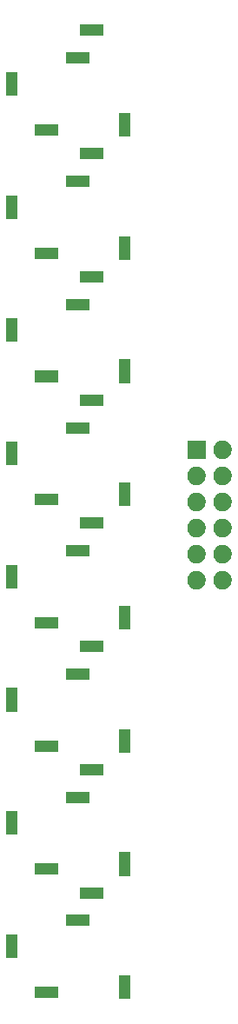
<source format=gbr>
G04 #@! TF.GenerationSoftware,KiCad,Pcbnew,(5.1.5)-3*
G04 #@! TF.CreationDate,2020-07-27T18:32:53-07:00*
G04 #@! TF.ProjectId,Patch_Bay,50617463-685f-4426-9179-2e6b69636164,rev?*
G04 #@! TF.SameCoordinates,Original*
G04 #@! TF.FileFunction,Soldermask,Bot*
G04 #@! TF.FilePolarity,Negative*
%FSLAX46Y46*%
G04 Gerber Fmt 4.6, Leading zero omitted, Abs format (unit mm)*
G04 Created by KiCad (PCBNEW (5.1.5)-3) date 2020-07-27 18:32:53*
%MOMM*%
%LPD*%
G04 APERTURE LIST*
%ADD10C,0.100000*%
G04 APERTURE END LIST*
D10*
G36*
X13551000Y-97151000D02*
G01*
X12449000Y-97151000D01*
X12449000Y-94849000D01*
X13551000Y-94849000D01*
X13551000Y-97151000D01*
G37*
G36*
X6551000Y-97051000D02*
G01*
X4249000Y-97051000D01*
X4249000Y-95949000D01*
X6551000Y-95949000D01*
X6551000Y-97051000D01*
G37*
G36*
X2551000Y-93151000D02*
G01*
X1449000Y-93151000D01*
X1449000Y-90849000D01*
X2551000Y-90849000D01*
X2551000Y-93151000D01*
G37*
G36*
X9551000Y-90051000D02*
G01*
X7249000Y-90051000D01*
X7249000Y-88949000D01*
X9551000Y-88949000D01*
X9551000Y-90051000D01*
G37*
G36*
X10951000Y-87351000D02*
G01*
X8649000Y-87351000D01*
X8649000Y-86249000D01*
X10951000Y-86249000D01*
X10951000Y-87351000D01*
G37*
G36*
X13551000Y-85151000D02*
G01*
X12449000Y-85151000D01*
X12449000Y-82849000D01*
X13551000Y-82849000D01*
X13551000Y-85151000D01*
G37*
G36*
X6551000Y-85051000D02*
G01*
X4249000Y-85051000D01*
X4249000Y-83949000D01*
X6551000Y-83949000D01*
X6551000Y-85051000D01*
G37*
G36*
X2551000Y-81151000D02*
G01*
X1449000Y-81151000D01*
X1449000Y-78849000D01*
X2551000Y-78849000D01*
X2551000Y-81151000D01*
G37*
G36*
X9551000Y-78051000D02*
G01*
X7249000Y-78051000D01*
X7249000Y-76949000D01*
X9551000Y-76949000D01*
X9551000Y-78051000D01*
G37*
G36*
X10951000Y-75351000D02*
G01*
X8649000Y-75351000D01*
X8649000Y-74249000D01*
X10951000Y-74249000D01*
X10951000Y-75351000D01*
G37*
G36*
X13551000Y-73151000D02*
G01*
X12449000Y-73151000D01*
X12449000Y-70849000D01*
X13551000Y-70849000D01*
X13551000Y-73151000D01*
G37*
G36*
X6551000Y-73051000D02*
G01*
X4249000Y-73051000D01*
X4249000Y-71949000D01*
X6551000Y-71949000D01*
X6551000Y-73051000D01*
G37*
G36*
X2551000Y-69151000D02*
G01*
X1449000Y-69151000D01*
X1449000Y-66849000D01*
X2551000Y-66849000D01*
X2551000Y-69151000D01*
G37*
G36*
X9551000Y-66051000D02*
G01*
X7249000Y-66051000D01*
X7249000Y-64949000D01*
X9551000Y-64949000D01*
X9551000Y-66051000D01*
G37*
G36*
X10951000Y-63351000D02*
G01*
X8649000Y-63351000D01*
X8649000Y-62249000D01*
X10951000Y-62249000D01*
X10951000Y-63351000D01*
G37*
G36*
X13551000Y-61151000D02*
G01*
X12449000Y-61151000D01*
X12449000Y-58849000D01*
X13551000Y-58849000D01*
X13551000Y-61151000D01*
G37*
G36*
X6551000Y-61051000D02*
G01*
X4249000Y-61051000D01*
X4249000Y-59949000D01*
X6551000Y-59949000D01*
X6551000Y-61051000D01*
G37*
G36*
X22653512Y-55453927D02*
G01*
X22802812Y-55483624D01*
X22966784Y-55551544D01*
X23114354Y-55650147D01*
X23239853Y-55775646D01*
X23338456Y-55923216D01*
X23406376Y-56087188D01*
X23441000Y-56261259D01*
X23441000Y-56438741D01*
X23406376Y-56612812D01*
X23338456Y-56776784D01*
X23239853Y-56924354D01*
X23114354Y-57049853D01*
X22966784Y-57148456D01*
X22802812Y-57216376D01*
X22653512Y-57246073D01*
X22628742Y-57251000D01*
X22451258Y-57251000D01*
X22426488Y-57246073D01*
X22277188Y-57216376D01*
X22113216Y-57148456D01*
X21965646Y-57049853D01*
X21840147Y-56924354D01*
X21741544Y-56776784D01*
X21673624Y-56612812D01*
X21639000Y-56438741D01*
X21639000Y-56261259D01*
X21673624Y-56087188D01*
X21741544Y-55923216D01*
X21840147Y-55775646D01*
X21965646Y-55650147D01*
X22113216Y-55551544D01*
X22277188Y-55483624D01*
X22426488Y-55453927D01*
X22451258Y-55449000D01*
X22628742Y-55449000D01*
X22653512Y-55453927D01*
G37*
G36*
X20113512Y-55453927D02*
G01*
X20262812Y-55483624D01*
X20426784Y-55551544D01*
X20574354Y-55650147D01*
X20699853Y-55775646D01*
X20798456Y-55923216D01*
X20866376Y-56087188D01*
X20901000Y-56261259D01*
X20901000Y-56438741D01*
X20866376Y-56612812D01*
X20798456Y-56776784D01*
X20699853Y-56924354D01*
X20574354Y-57049853D01*
X20426784Y-57148456D01*
X20262812Y-57216376D01*
X20113512Y-57246073D01*
X20088742Y-57251000D01*
X19911258Y-57251000D01*
X19886488Y-57246073D01*
X19737188Y-57216376D01*
X19573216Y-57148456D01*
X19425646Y-57049853D01*
X19300147Y-56924354D01*
X19201544Y-56776784D01*
X19133624Y-56612812D01*
X19099000Y-56438741D01*
X19099000Y-56261259D01*
X19133624Y-56087188D01*
X19201544Y-55923216D01*
X19300147Y-55775646D01*
X19425646Y-55650147D01*
X19573216Y-55551544D01*
X19737188Y-55483624D01*
X19886488Y-55453927D01*
X19911258Y-55449000D01*
X20088742Y-55449000D01*
X20113512Y-55453927D01*
G37*
G36*
X2551000Y-57151000D02*
G01*
X1449000Y-57151000D01*
X1449000Y-54849000D01*
X2551000Y-54849000D01*
X2551000Y-57151000D01*
G37*
G36*
X20113512Y-52913927D02*
G01*
X20262812Y-52943624D01*
X20426784Y-53011544D01*
X20574354Y-53110147D01*
X20699853Y-53235646D01*
X20798456Y-53383216D01*
X20866376Y-53547188D01*
X20901000Y-53721259D01*
X20901000Y-53898741D01*
X20866376Y-54072812D01*
X20798456Y-54236784D01*
X20699853Y-54384354D01*
X20574354Y-54509853D01*
X20426784Y-54608456D01*
X20262812Y-54676376D01*
X20113512Y-54706073D01*
X20088742Y-54711000D01*
X19911258Y-54711000D01*
X19886488Y-54706073D01*
X19737188Y-54676376D01*
X19573216Y-54608456D01*
X19425646Y-54509853D01*
X19300147Y-54384354D01*
X19201544Y-54236784D01*
X19133624Y-54072812D01*
X19099000Y-53898741D01*
X19099000Y-53721259D01*
X19133624Y-53547188D01*
X19201544Y-53383216D01*
X19300147Y-53235646D01*
X19425646Y-53110147D01*
X19573216Y-53011544D01*
X19737188Y-52943624D01*
X19886488Y-52913927D01*
X19911258Y-52909000D01*
X20088742Y-52909000D01*
X20113512Y-52913927D01*
G37*
G36*
X22653512Y-52913927D02*
G01*
X22802812Y-52943624D01*
X22966784Y-53011544D01*
X23114354Y-53110147D01*
X23239853Y-53235646D01*
X23338456Y-53383216D01*
X23406376Y-53547188D01*
X23441000Y-53721259D01*
X23441000Y-53898741D01*
X23406376Y-54072812D01*
X23338456Y-54236784D01*
X23239853Y-54384354D01*
X23114354Y-54509853D01*
X22966784Y-54608456D01*
X22802812Y-54676376D01*
X22653512Y-54706073D01*
X22628742Y-54711000D01*
X22451258Y-54711000D01*
X22426488Y-54706073D01*
X22277188Y-54676376D01*
X22113216Y-54608456D01*
X21965646Y-54509853D01*
X21840147Y-54384354D01*
X21741544Y-54236784D01*
X21673624Y-54072812D01*
X21639000Y-53898741D01*
X21639000Y-53721259D01*
X21673624Y-53547188D01*
X21741544Y-53383216D01*
X21840147Y-53235646D01*
X21965646Y-53110147D01*
X22113216Y-53011544D01*
X22277188Y-52943624D01*
X22426488Y-52913927D01*
X22451258Y-52909000D01*
X22628742Y-52909000D01*
X22653512Y-52913927D01*
G37*
G36*
X9551000Y-54051000D02*
G01*
X7249000Y-54051000D01*
X7249000Y-52949000D01*
X9551000Y-52949000D01*
X9551000Y-54051000D01*
G37*
G36*
X20113512Y-50373927D02*
G01*
X20262812Y-50403624D01*
X20426784Y-50471544D01*
X20574354Y-50570147D01*
X20699853Y-50695646D01*
X20798456Y-50843216D01*
X20866376Y-51007188D01*
X20901000Y-51181259D01*
X20901000Y-51358741D01*
X20866376Y-51532812D01*
X20798456Y-51696784D01*
X20699853Y-51844354D01*
X20574354Y-51969853D01*
X20426784Y-52068456D01*
X20262812Y-52136376D01*
X20113512Y-52166073D01*
X20088742Y-52171000D01*
X19911258Y-52171000D01*
X19886488Y-52166073D01*
X19737188Y-52136376D01*
X19573216Y-52068456D01*
X19425646Y-51969853D01*
X19300147Y-51844354D01*
X19201544Y-51696784D01*
X19133624Y-51532812D01*
X19099000Y-51358741D01*
X19099000Y-51181259D01*
X19133624Y-51007188D01*
X19201544Y-50843216D01*
X19300147Y-50695646D01*
X19425646Y-50570147D01*
X19573216Y-50471544D01*
X19737188Y-50403624D01*
X19886488Y-50373927D01*
X19911258Y-50369000D01*
X20088742Y-50369000D01*
X20113512Y-50373927D01*
G37*
G36*
X22653512Y-50373927D02*
G01*
X22802812Y-50403624D01*
X22966784Y-50471544D01*
X23114354Y-50570147D01*
X23239853Y-50695646D01*
X23338456Y-50843216D01*
X23406376Y-51007188D01*
X23441000Y-51181259D01*
X23441000Y-51358741D01*
X23406376Y-51532812D01*
X23338456Y-51696784D01*
X23239853Y-51844354D01*
X23114354Y-51969853D01*
X22966784Y-52068456D01*
X22802812Y-52136376D01*
X22653512Y-52166073D01*
X22628742Y-52171000D01*
X22451258Y-52171000D01*
X22426488Y-52166073D01*
X22277188Y-52136376D01*
X22113216Y-52068456D01*
X21965646Y-51969853D01*
X21840147Y-51844354D01*
X21741544Y-51696784D01*
X21673624Y-51532812D01*
X21639000Y-51358741D01*
X21639000Y-51181259D01*
X21673624Y-51007188D01*
X21741544Y-50843216D01*
X21840147Y-50695646D01*
X21965646Y-50570147D01*
X22113216Y-50471544D01*
X22277188Y-50403624D01*
X22426488Y-50373927D01*
X22451258Y-50369000D01*
X22628742Y-50369000D01*
X22653512Y-50373927D01*
G37*
G36*
X10951000Y-51351000D02*
G01*
X8649000Y-51351000D01*
X8649000Y-50249000D01*
X10951000Y-50249000D01*
X10951000Y-51351000D01*
G37*
G36*
X22653512Y-47833927D02*
G01*
X22802812Y-47863624D01*
X22966784Y-47931544D01*
X23114354Y-48030147D01*
X23239853Y-48155646D01*
X23338456Y-48303216D01*
X23406376Y-48467188D01*
X23441000Y-48641259D01*
X23441000Y-48818741D01*
X23406376Y-48992812D01*
X23338456Y-49156784D01*
X23239853Y-49304354D01*
X23114354Y-49429853D01*
X22966784Y-49528456D01*
X22802812Y-49596376D01*
X22653512Y-49626073D01*
X22628742Y-49631000D01*
X22451258Y-49631000D01*
X22426488Y-49626073D01*
X22277188Y-49596376D01*
X22113216Y-49528456D01*
X21965646Y-49429853D01*
X21840147Y-49304354D01*
X21741544Y-49156784D01*
X21673624Y-48992812D01*
X21639000Y-48818741D01*
X21639000Y-48641259D01*
X21673624Y-48467188D01*
X21741544Y-48303216D01*
X21840147Y-48155646D01*
X21965646Y-48030147D01*
X22113216Y-47931544D01*
X22277188Y-47863624D01*
X22426488Y-47833927D01*
X22451258Y-47829000D01*
X22628742Y-47829000D01*
X22653512Y-47833927D01*
G37*
G36*
X20113512Y-47833927D02*
G01*
X20262812Y-47863624D01*
X20426784Y-47931544D01*
X20574354Y-48030147D01*
X20699853Y-48155646D01*
X20798456Y-48303216D01*
X20866376Y-48467188D01*
X20901000Y-48641259D01*
X20901000Y-48818741D01*
X20866376Y-48992812D01*
X20798456Y-49156784D01*
X20699853Y-49304354D01*
X20574354Y-49429853D01*
X20426784Y-49528456D01*
X20262812Y-49596376D01*
X20113512Y-49626073D01*
X20088742Y-49631000D01*
X19911258Y-49631000D01*
X19886488Y-49626073D01*
X19737188Y-49596376D01*
X19573216Y-49528456D01*
X19425646Y-49429853D01*
X19300147Y-49304354D01*
X19201544Y-49156784D01*
X19133624Y-48992812D01*
X19099000Y-48818741D01*
X19099000Y-48641259D01*
X19133624Y-48467188D01*
X19201544Y-48303216D01*
X19300147Y-48155646D01*
X19425646Y-48030147D01*
X19573216Y-47931544D01*
X19737188Y-47863624D01*
X19886488Y-47833927D01*
X19911258Y-47829000D01*
X20088742Y-47829000D01*
X20113512Y-47833927D01*
G37*
G36*
X13551000Y-49151000D02*
G01*
X12449000Y-49151000D01*
X12449000Y-46849000D01*
X13551000Y-46849000D01*
X13551000Y-49151000D01*
G37*
G36*
X6551000Y-49051000D02*
G01*
X4249000Y-49051000D01*
X4249000Y-47949000D01*
X6551000Y-47949000D01*
X6551000Y-49051000D01*
G37*
G36*
X22653512Y-45293927D02*
G01*
X22802812Y-45323624D01*
X22966784Y-45391544D01*
X23114354Y-45490147D01*
X23239853Y-45615646D01*
X23338456Y-45763216D01*
X23406376Y-45927188D01*
X23441000Y-46101259D01*
X23441000Y-46278741D01*
X23406376Y-46452812D01*
X23338456Y-46616784D01*
X23239853Y-46764354D01*
X23114354Y-46889853D01*
X22966784Y-46988456D01*
X22802812Y-47056376D01*
X22653512Y-47086073D01*
X22628742Y-47091000D01*
X22451258Y-47091000D01*
X22426488Y-47086073D01*
X22277188Y-47056376D01*
X22113216Y-46988456D01*
X21965646Y-46889853D01*
X21840147Y-46764354D01*
X21741544Y-46616784D01*
X21673624Y-46452812D01*
X21639000Y-46278741D01*
X21639000Y-46101259D01*
X21673624Y-45927188D01*
X21741544Y-45763216D01*
X21840147Y-45615646D01*
X21965646Y-45490147D01*
X22113216Y-45391544D01*
X22277188Y-45323624D01*
X22426488Y-45293927D01*
X22451258Y-45289000D01*
X22628742Y-45289000D01*
X22653512Y-45293927D01*
G37*
G36*
X20113512Y-45293927D02*
G01*
X20262812Y-45323624D01*
X20426784Y-45391544D01*
X20574354Y-45490147D01*
X20699853Y-45615646D01*
X20798456Y-45763216D01*
X20866376Y-45927188D01*
X20901000Y-46101259D01*
X20901000Y-46278741D01*
X20866376Y-46452812D01*
X20798456Y-46616784D01*
X20699853Y-46764354D01*
X20574354Y-46889853D01*
X20426784Y-46988456D01*
X20262812Y-47056376D01*
X20113512Y-47086073D01*
X20088742Y-47091000D01*
X19911258Y-47091000D01*
X19886488Y-47086073D01*
X19737188Y-47056376D01*
X19573216Y-46988456D01*
X19425646Y-46889853D01*
X19300147Y-46764354D01*
X19201544Y-46616784D01*
X19133624Y-46452812D01*
X19099000Y-46278741D01*
X19099000Y-46101259D01*
X19133624Y-45927188D01*
X19201544Y-45763216D01*
X19300147Y-45615646D01*
X19425646Y-45490147D01*
X19573216Y-45391544D01*
X19737188Y-45323624D01*
X19886488Y-45293927D01*
X19911258Y-45289000D01*
X20088742Y-45289000D01*
X20113512Y-45293927D01*
G37*
G36*
X2551000Y-45151000D02*
G01*
X1449000Y-45151000D01*
X1449000Y-42849000D01*
X2551000Y-42849000D01*
X2551000Y-45151000D01*
G37*
G36*
X22653512Y-42753927D02*
G01*
X22802812Y-42783624D01*
X22966784Y-42851544D01*
X23114354Y-42950147D01*
X23239853Y-43075646D01*
X23338456Y-43223216D01*
X23406376Y-43387188D01*
X23441000Y-43561259D01*
X23441000Y-43738741D01*
X23406376Y-43912812D01*
X23338456Y-44076784D01*
X23239853Y-44224354D01*
X23114354Y-44349853D01*
X22966784Y-44448456D01*
X22802812Y-44516376D01*
X22653512Y-44546073D01*
X22628742Y-44551000D01*
X22451258Y-44551000D01*
X22426488Y-44546073D01*
X22277188Y-44516376D01*
X22113216Y-44448456D01*
X21965646Y-44349853D01*
X21840147Y-44224354D01*
X21741544Y-44076784D01*
X21673624Y-43912812D01*
X21639000Y-43738741D01*
X21639000Y-43561259D01*
X21673624Y-43387188D01*
X21741544Y-43223216D01*
X21840147Y-43075646D01*
X21965646Y-42950147D01*
X22113216Y-42851544D01*
X22277188Y-42783624D01*
X22426488Y-42753927D01*
X22451258Y-42749000D01*
X22628742Y-42749000D01*
X22653512Y-42753927D01*
G37*
G36*
X20901000Y-44551000D02*
G01*
X19099000Y-44551000D01*
X19099000Y-42749000D01*
X20901000Y-42749000D01*
X20901000Y-44551000D01*
G37*
G36*
X9551000Y-42051000D02*
G01*
X7249000Y-42051000D01*
X7249000Y-40949000D01*
X9551000Y-40949000D01*
X9551000Y-42051000D01*
G37*
G36*
X10951000Y-39351000D02*
G01*
X8649000Y-39351000D01*
X8649000Y-38249000D01*
X10951000Y-38249000D01*
X10951000Y-39351000D01*
G37*
G36*
X13551000Y-37151000D02*
G01*
X12449000Y-37151000D01*
X12449000Y-34849000D01*
X13551000Y-34849000D01*
X13551000Y-37151000D01*
G37*
G36*
X6551000Y-37051000D02*
G01*
X4249000Y-37051000D01*
X4249000Y-35949000D01*
X6551000Y-35949000D01*
X6551000Y-37051000D01*
G37*
G36*
X2551000Y-33151000D02*
G01*
X1449000Y-33151000D01*
X1449000Y-30849000D01*
X2551000Y-30849000D01*
X2551000Y-33151000D01*
G37*
G36*
X9551000Y-30051000D02*
G01*
X7249000Y-30051000D01*
X7249000Y-28949000D01*
X9551000Y-28949000D01*
X9551000Y-30051000D01*
G37*
G36*
X10951000Y-27351000D02*
G01*
X8649000Y-27351000D01*
X8649000Y-26249000D01*
X10951000Y-26249000D01*
X10951000Y-27351000D01*
G37*
G36*
X13551000Y-25151000D02*
G01*
X12449000Y-25151000D01*
X12449000Y-22849000D01*
X13551000Y-22849000D01*
X13551000Y-25151000D01*
G37*
G36*
X6551000Y-25051000D02*
G01*
X4249000Y-25051000D01*
X4249000Y-23949000D01*
X6551000Y-23949000D01*
X6551000Y-25051000D01*
G37*
G36*
X2551000Y-21151000D02*
G01*
X1449000Y-21151000D01*
X1449000Y-18849000D01*
X2551000Y-18849000D01*
X2551000Y-21151000D01*
G37*
G36*
X9551000Y-18051000D02*
G01*
X7249000Y-18051000D01*
X7249000Y-16949000D01*
X9551000Y-16949000D01*
X9551000Y-18051000D01*
G37*
G36*
X10951000Y-15351000D02*
G01*
X8649000Y-15351000D01*
X8649000Y-14249000D01*
X10951000Y-14249000D01*
X10951000Y-15351000D01*
G37*
G36*
X13551000Y-13151000D02*
G01*
X12449000Y-13151000D01*
X12449000Y-10849000D01*
X13551000Y-10849000D01*
X13551000Y-13151000D01*
G37*
G36*
X6551000Y-13051000D02*
G01*
X4249000Y-13051000D01*
X4249000Y-11949000D01*
X6551000Y-11949000D01*
X6551000Y-13051000D01*
G37*
G36*
X2551000Y-9151000D02*
G01*
X1449000Y-9151000D01*
X1449000Y-6849000D01*
X2551000Y-6849000D01*
X2551000Y-9151000D01*
G37*
G36*
X9551000Y-6051000D02*
G01*
X7249000Y-6051000D01*
X7249000Y-4949000D01*
X9551000Y-4949000D01*
X9551000Y-6051000D01*
G37*
G36*
X10951000Y-3351000D02*
G01*
X8649000Y-3351000D01*
X8649000Y-2249000D01*
X10951000Y-2249000D01*
X10951000Y-3351000D01*
G37*
M02*

</source>
